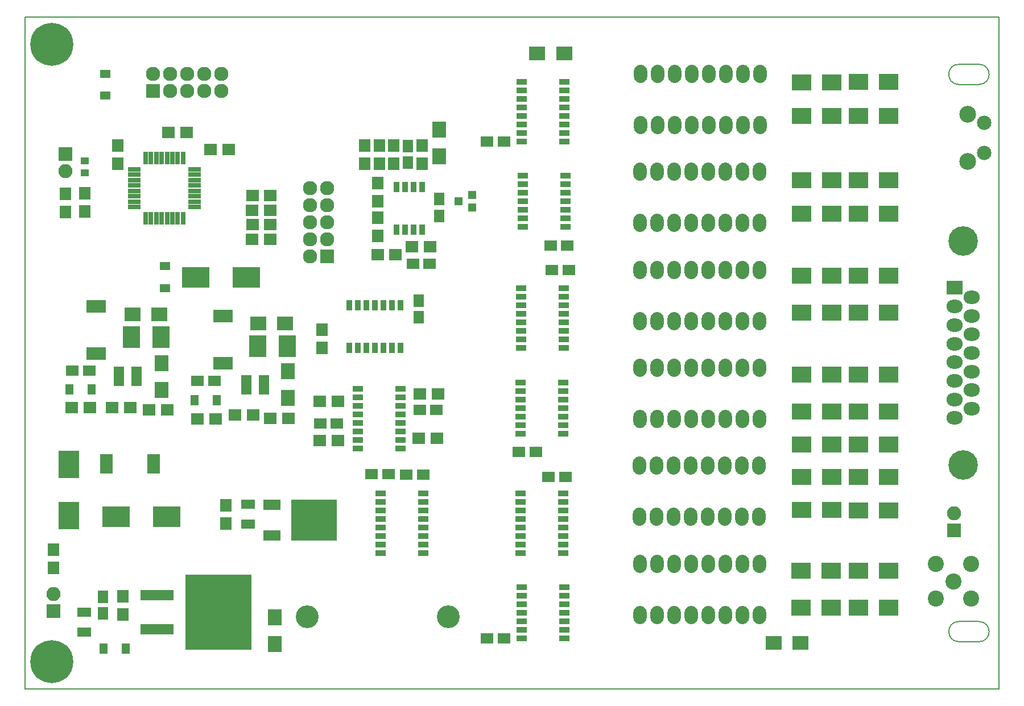
<source format=gbr>
G04 #@! TF.GenerationSoftware,KiCad,Pcbnew,(5.1.2)-1*
G04 #@! TF.CreationDate,2020-05-19T21:26:11+03:00*
G04 #@! TF.ProjectId,switch_controller,73776974-6368-45f6-936f-6e74726f6c6c,rev?*
G04 #@! TF.SameCoordinates,Original*
G04 #@! TF.FileFunction,Soldermask,Top*
G04 #@! TF.FilePolarity,Negative*
%FSLAX46Y46*%
G04 Gerber Fmt 4.6, Leading zero omitted, Abs format (unit mm)*
G04 Created by KiCad (PCBNEW (5.1.2)-1) date 2020-05-19 21:26:11*
%MOMM*%
%LPD*%
G04 APERTURE LIST*
%ADD10C,0.150000*%
%ADD11C,4.400000*%
%ADD12R,2.400000X2.000000*%
%ADD13O,2.400000X2.000000*%
%ADD14R,2.127200X2.127200*%
%ADD15O,2.127200X2.127200*%
%ADD16R,1.900000X1.700000*%
%ADD17R,1.700000X1.900000*%
%ADD18R,1.650000X1.900000*%
%ADD19R,2.100000X2.100000*%
%ADD20O,2.100000X2.100000*%
%ADD21R,1.200000X1.000000*%
%ADD22R,2.900000X2.400000*%
%ADD23C,2.400000*%
%ADD24R,1.543000X0.908000*%
%ADD25R,2.560000X3.200000*%
%ADD26R,2.900000X1.900000*%
%ADD27R,1.900000X2.900000*%
%ADD28C,6.400000*%
%ADD29O,2.000000X2.700000*%
%ADD30R,1.620000X1.050000*%
%ADD31R,0.800000X1.900000*%
%ADD32R,1.900000X0.800000*%
%ADD33R,1.600000X1.300000*%
%ADD34R,1.900000X1.650000*%
%ADD35R,3.100000X4.150000*%
%ADD36R,2.000000X1.400000*%
%ADD37R,1.300000X1.600000*%
%ADD38R,2.000000X2.400000*%
%ADD39R,1.310000X1.620000*%
%ADD40C,3.400000*%
%ADD41R,2.100000X2.400000*%
%ADD42R,2.600000X1.600000*%
%ADD43R,6.800000X6.200000*%
%ADD44R,5.000000X1.500000*%
%ADD45R,9.800000X11.200000*%
%ADD46R,4.150000X3.100000*%
%ADD47R,0.908000X1.543000*%
%ADD48R,1.200100X1.200100*%
%ADD49R,1.620000X1.310000*%
%ADD50C,2.500000*%
%ADD51C,2.150000*%
G04 APERTURE END LIST*
D10*
X204000000Y-140000000D02*
X207000000Y-140000000D01*
X204000000Y-143000000D02*
G75*
G02X204000000Y-140000000I0J1500000D01*
G01*
X204000000Y-143000000D02*
X207000000Y-143000000D01*
X207000000Y-140000000D02*
G75*
G02X207000000Y-143000000I0J-1500000D01*
G01*
X204000000Y-60000000D02*
X207000000Y-60000000D01*
X204000000Y-57000000D02*
X207000000Y-57000000D01*
X204000000Y-60000000D02*
G75*
G02X204000000Y-57000000I0J1500000D01*
G01*
X207000000Y-57000000D02*
G75*
G02X207000000Y-60000000I0J-1500000D01*
G01*
X65000000Y-150000000D02*
X65000000Y-50000000D01*
X210000000Y-150000000D02*
X65000000Y-150000000D01*
X210000000Y-50000000D02*
X210000000Y-150000000D01*
X65000000Y-50000000D02*
X210000000Y-50000000D01*
D11*
X204600000Y-116650000D03*
X204600000Y-83350000D03*
D12*
X203330000Y-90305000D03*
D13*
X203330000Y-93075000D03*
X203330000Y-95845000D03*
X203330000Y-98615000D03*
X203330000Y-101385000D03*
X203330000Y-104155000D03*
X203330000Y-106925000D03*
X203330000Y-109695000D03*
X205870000Y-91690000D03*
X205870000Y-94460000D03*
X205870000Y-97230000D03*
X205870000Y-100000000D03*
X205870000Y-102770000D03*
X205870000Y-105540000D03*
X205870000Y-108310000D03*
D14*
X110000000Y-85625000D03*
D15*
X107460000Y-85625000D03*
X110000000Y-83085000D03*
X107460000Y-83085000D03*
X110000000Y-80545000D03*
X107460000Y-80545000D03*
X110000000Y-78005000D03*
X107460000Y-78005000D03*
X110000000Y-75465000D03*
X107460000Y-75465000D03*
D16*
X95350000Y-69650000D03*
X92650000Y-69650000D03*
D17*
X78800000Y-69075000D03*
X78800000Y-71775000D03*
X117500000Y-74700000D03*
X117500000Y-77400000D03*
X117525000Y-82575000D03*
X117525000Y-79875000D03*
X124125000Y-71775000D03*
X124125000Y-69075000D03*
D18*
X122025000Y-69150000D03*
X122025000Y-71650000D03*
D17*
X115600000Y-69075000D03*
X115600000Y-71775000D03*
X117775000Y-69100000D03*
X117775000Y-71800000D03*
X71050000Y-79000000D03*
X71050000Y-76300000D03*
X73925000Y-78925000D03*
X73925000Y-76225000D03*
D19*
X71050000Y-70400000D03*
D20*
X71050000Y-72940000D03*
D21*
X73875000Y-71425000D03*
X73875000Y-73125000D03*
D22*
X193550000Y-137950000D03*
X189050000Y-137950000D03*
X193550000Y-108750000D03*
X189050000Y-108750000D03*
X185100000Y-94000000D03*
X180600000Y-94000000D03*
X185050000Y-59700000D03*
X180550000Y-59700000D03*
X193550000Y-59650000D03*
X189050000Y-59650000D03*
X185050000Y-74300000D03*
X180550000Y-74300000D03*
X193550000Y-74300000D03*
X189050000Y-74300000D03*
X185100000Y-88500000D03*
X180600000Y-88500000D03*
X193550000Y-88500000D03*
X189050000Y-88500000D03*
X185050000Y-103250000D03*
X180550000Y-103250000D03*
X193550000Y-103250000D03*
X189050000Y-103250000D03*
X185050000Y-118450000D03*
X180550000Y-118450000D03*
X193550000Y-118450000D03*
X189050000Y-118450000D03*
X185000000Y-132450000D03*
X180500000Y-132450000D03*
X193550000Y-132450000D03*
X189050000Y-132450000D03*
X185050000Y-64700000D03*
X180550000Y-64700000D03*
X193550000Y-64700000D03*
X189050000Y-64700000D03*
X185050000Y-79300000D03*
X180550000Y-79300000D03*
X193550000Y-79300000D03*
X189050000Y-79300000D03*
X193550000Y-94000000D03*
X189050000Y-94000000D03*
X185050000Y-108750000D03*
X180550000Y-108750000D03*
X185050000Y-123400000D03*
X180550000Y-123400000D03*
X193550000Y-123450000D03*
X189050000Y-123450000D03*
X185000000Y-137950000D03*
X180500000Y-137950000D03*
X185100000Y-113650000D03*
X180600000Y-113650000D03*
X193550000Y-113600000D03*
X189050000Y-113600000D03*
D17*
X79550000Y-136250000D03*
X79550000Y-138950000D03*
D23*
X203200000Y-134000000D03*
X200600000Y-136600000D03*
X200600000Y-131400000D03*
X205800000Y-131400000D03*
X205800000Y-136600000D03*
D24*
X114525000Y-114245000D03*
X114525000Y-111705000D03*
X114525000Y-110435000D03*
X114525000Y-109165000D03*
X114525000Y-107895000D03*
X114525000Y-106625000D03*
X114525000Y-105355000D03*
X120875000Y-105355000D03*
X120875000Y-106625000D03*
X120875000Y-107895000D03*
X120875000Y-109165000D03*
X120875000Y-110435000D03*
X120875000Y-111705000D03*
X120875000Y-112975000D03*
X120875000Y-114245000D03*
X114525000Y-112975000D03*
D25*
X85280000Y-97600000D03*
X80820000Y-97600000D03*
X104080000Y-98950000D03*
X99620000Y-98950000D03*
D26*
X75600000Y-93100000D03*
X75600000Y-100100000D03*
D27*
X77150000Y-116550000D03*
X84150000Y-116550000D03*
D26*
X94500000Y-94500000D03*
X94500000Y-101500000D03*
D28*
X69000000Y-54000000D03*
X69000000Y-146000000D03*
D29*
X174400000Y-58400000D03*
X171860000Y-58400000D03*
X169320000Y-58400000D03*
X166780000Y-58400000D03*
X164240000Y-58400000D03*
X161700000Y-58400000D03*
X159160000Y-58400000D03*
X156620000Y-58400000D03*
X156620000Y-66020000D03*
X159160000Y-66020000D03*
X161700000Y-66020000D03*
X164240000Y-66020000D03*
X166780000Y-66020000D03*
X169320000Y-66020000D03*
X171860000Y-66020000D03*
X174400000Y-66020000D03*
D30*
X78990000Y-102500000D03*
X78990000Y-103450000D03*
X78990000Y-104400000D03*
X81610000Y-104400000D03*
X81610000Y-103450000D03*
X81610000Y-102500000D03*
X97940000Y-103800000D03*
X97940000Y-104750000D03*
X97940000Y-105700000D03*
X100560000Y-105700000D03*
X100560000Y-104750000D03*
X100560000Y-103800000D03*
D14*
X84060000Y-60960000D03*
D15*
X84060000Y-58420000D03*
X86600000Y-60960000D03*
X86600000Y-58420000D03*
X89140000Y-60960000D03*
X89140000Y-58420000D03*
X91680000Y-60960000D03*
X91680000Y-58420000D03*
X94220000Y-60960000D03*
X94220000Y-58420000D03*
D31*
X88550000Y-70940000D03*
X87750000Y-70940000D03*
X86950000Y-70940000D03*
X86150000Y-70940000D03*
X85350000Y-70940000D03*
X84550000Y-70940000D03*
X83750000Y-70940000D03*
X82950000Y-70940000D03*
D32*
X81250000Y-72640000D03*
X81250000Y-73440000D03*
X81250000Y-74240000D03*
X81250000Y-75040000D03*
X81250000Y-75840000D03*
X81250000Y-76640000D03*
X81250000Y-77440000D03*
X81250000Y-78240000D03*
D31*
X82950000Y-79940000D03*
X83750000Y-79940000D03*
X84550000Y-79940000D03*
X85350000Y-79940000D03*
X86150000Y-79940000D03*
X86950000Y-79940000D03*
X87750000Y-79940000D03*
X88550000Y-79940000D03*
D32*
X90250000Y-78240000D03*
X90250000Y-77440000D03*
X90250000Y-76640000D03*
X90250000Y-75840000D03*
X90250000Y-75040000D03*
X90250000Y-74240000D03*
X90250000Y-73440000D03*
X90250000Y-72640000D03*
D16*
X98850000Y-80875000D03*
X101550000Y-80875000D03*
X98825000Y-78725000D03*
X101525000Y-78725000D03*
D12*
X180450000Y-143150000D03*
X176450000Y-143150000D03*
D17*
X109250000Y-99200000D03*
X109250000Y-96500000D03*
D33*
X85820000Y-87050000D03*
X85820000Y-90350000D03*
D16*
X86350000Y-67150000D03*
X89050000Y-67150000D03*
D24*
X138898000Y-134890000D03*
X138898000Y-136160000D03*
X138898000Y-137430000D03*
X138898000Y-138700000D03*
X138898000Y-139970000D03*
X138898000Y-141240000D03*
X138898000Y-142510000D03*
X145248000Y-142510000D03*
X145248000Y-141240000D03*
X145248000Y-138700000D03*
X145248000Y-137430000D03*
X145248000Y-136160000D03*
X145248000Y-134890000D03*
X145248000Y-139970000D03*
D34*
X124250000Y-118100000D03*
X121750000Y-118100000D03*
D24*
X139098000Y-73590000D03*
X139098000Y-74860000D03*
X139098000Y-76130000D03*
X139098000Y-77400000D03*
X139098000Y-78670000D03*
X139098000Y-79940000D03*
X139098000Y-81210000D03*
X145448000Y-81210000D03*
X145448000Y-79940000D03*
X145448000Y-77400000D03*
X145448000Y-76130000D03*
X145448000Y-74860000D03*
X145448000Y-73590000D03*
X145448000Y-78670000D03*
D34*
X125225000Y-86675000D03*
X122725000Y-86675000D03*
D35*
X71550000Y-116625000D03*
X71550000Y-124175000D03*
D29*
X174280000Y-116800000D03*
X171740000Y-116800000D03*
X169200000Y-116800000D03*
X166660000Y-116800000D03*
X164120000Y-116800000D03*
X161580000Y-116800000D03*
X159040000Y-116800000D03*
X156500000Y-116800000D03*
X156500000Y-124420000D03*
X159040000Y-124420000D03*
X161580000Y-124420000D03*
X164120000Y-124420000D03*
X166660000Y-124420000D03*
X169200000Y-124420000D03*
X171740000Y-124420000D03*
X174280000Y-124420000D03*
X174300000Y-131400000D03*
X171760000Y-131400000D03*
X169220000Y-131400000D03*
X166680000Y-131400000D03*
X164140000Y-131400000D03*
X161600000Y-131400000D03*
X159060000Y-131400000D03*
X156520000Y-131400000D03*
X156520000Y-139020000D03*
X159060000Y-139020000D03*
X161600000Y-139020000D03*
X164140000Y-139020000D03*
X166680000Y-139020000D03*
X169220000Y-139020000D03*
X171760000Y-139020000D03*
X174300000Y-139020000D03*
D17*
X69250000Y-129300000D03*
X69250000Y-132000000D03*
X94950000Y-125400000D03*
X94950000Y-122700000D03*
D19*
X69250000Y-138440000D03*
D20*
X69250000Y-135900000D03*
D36*
X98250000Y-125500000D03*
X98250000Y-122500000D03*
X73800000Y-141600000D03*
X73800000Y-138600000D03*
D37*
X76700000Y-144050000D03*
X80000000Y-144050000D03*
D18*
X76650000Y-138800000D03*
X76650000Y-136300000D03*
D38*
X102150000Y-139350000D03*
X102150000Y-143350000D03*
D39*
X74935000Y-105400000D03*
X71665000Y-105400000D03*
D16*
X72000000Y-108150000D03*
X74700000Y-108150000D03*
X77950000Y-108150000D03*
X80650000Y-108150000D03*
D38*
X85350000Y-105500000D03*
X85350000Y-101500000D03*
D34*
X74550000Y-102650000D03*
X72050000Y-102650000D03*
D12*
X81000000Y-94250000D03*
X85000000Y-94250000D03*
D16*
X83450000Y-108500000D03*
X86150000Y-108500000D03*
D40*
X128000000Y-139300000D03*
X107000000Y-139300000D03*
D41*
X126675000Y-70725000D03*
X126675000Y-66725000D03*
D16*
X111550000Y-107200000D03*
X108850000Y-107200000D03*
X126450000Y-106100000D03*
X123750000Y-106100000D03*
X123650000Y-112725000D03*
X126350000Y-112725000D03*
X111550000Y-113000000D03*
X108850000Y-113000000D03*
X120175000Y-85375000D03*
X117475000Y-85375000D03*
D17*
X119925000Y-69100000D03*
X119925000Y-71800000D03*
D16*
X122575000Y-84175000D03*
X125275000Y-84175000D03*
X96250000Y-109200000D03*
X98950000Y-109200000D03*
X90650000Y-109800000D03*
X93350000Y-109800000D03*
X101550000Y-76550000D03*
X98850000Y-76550000D03*
X101545000Y-83035000D03*
X98845000Y-83035000D03*
X101550000Y-109750000D03*
X104250000Y-109750000D03*
D42*
X101750000Y-122620000D03*
X101750000Y-127180000D03*
D43*
X108050000Y-124900000D03*
D19*
X203250000Y-126450000D03*
D20*
X203250000Y-123910000D03*
D44*
X84675000Y-136110000D03*
X84675000Y-141190000D03*
D45*
X93825000Y-138650000D03*
D34*
X126250000Y-108500000D03*
X123750000Y-108500000D03*
X108950000Y-110500000D03*
X111450000Y-110500000D03*
D12*
X99750000Y-95600000D03*
X103750000Y-95600000D03*
D34*
X93200000Y-104150000D03*
X90700000Y-104150000D03*
D46*
X90395000Y-88700000D03*
X97945000Y-88700000D03*
D18*
X126625000Y-77075000D03*
X126625000Y-79575000D03*
X123650000Y-92200000D03*
X123650000Y-94700000D03*
D12*
X145250000Y-55400000D03*
X141250000Y-55400000D03*
D34*
X142950000Y-118500000D03*
X145450000Y-118500000D03*
D38*
X104100000Y-106700000D03*
X104100000Y-102700000D03*
D34*
X143450000Y-87600000D03*
X145950000Y-87600000D03*
X136300000Y-68500000D03*
X133800000Y-68500000D03*
X116600000Y-118050000D03*
X119100000Y-118050000D03*
D46*
X86125000Y-124350000D03*
X78575000Y-124350000D03*
D34*
X133800000Y-142500000D03*
X136300000Y-142500000D03*
X141050000Y-114700000D03*
X138550000Y-114700000D03*
X143250000Y-84025000D03*
X145750000Y-84025000D03*
D39*
X93535000Y-107000000D03*
X90265000Y-107000000D03*
D29*
X174300000Y-73000000D03*
X171760000Y-73000000D03*
X169220000Y-73000000D03*
X166680000Y-73000000D03*
X164140000Y-73000000D03*
X161600000Y-73000000D03*
X159060000Y-73000000D03*
X156520000Y-73000000D03*
X156520000Y-80620000D03*
X159060000Y-80620000D03*
X161600000Y-80620000D03*
X164140000Y-80620000D03*
X166680000Y-80620000D03*
X169220000Y-80620000D03*
X171760000Y-80620000D03*
X174300000Y-80620000D03*
X174300000Y-87600000D03*
X171760000Y-87600000D03*
X169220000Y-87600000D03*
X166680000Y-87600000D03*
X164140000Y-87600000D03*
X161600000Y-87600000D03*
X159060000Y-87600000D03*
X156520000Y-87600000D03*
X156520000Y-95220000D03*
X159060000Y-95220000D03*
X161600000Y-95220000D03*
X164140000Y-95220000D03*
X166680000Y-95220000D03*
X169220000Y-95220000D03*
X171760000Y-95220000D03*
X174300000Y-95220000D03*
X174300000Y-102200000D03*
X171760000Y-102200000D03*
X169220000Y-102200000D03*
X166680000Y-102200000D03*
X164140000Y-102200000D03*
X161600000Y-102200000D03*
X159060000Y-102200000D03*
X156520000Y-102200000D03*
X156520000Y-109820000D03*
X159060000Y-109820000D03*
X161600000Y-109820000D03*
X164140000Y-109820000D03*
X166680000Y-109820000D03*
X169220000Y-109820000D03*
X171760000Y-109820000D03*
X174300000Y-109820000D03*
D24*
X138798000Y-104390000D03*
X138798000Y-105660000D03*
X138798000Y-106930000D03*
X138798000Y-108200000D03*
X138798000Y-109470000D03*
X138798000Y-110740000D03*
X138798000Y-112010000D03*
X145148000Y-112010000D03*
X145148000Y-110740000D03*
X145148000Y-108200000D03*
X145148000Y-106930000D03*
X145148000Y-105660000D03*
X145148000Y-104390000D03*
X145148000Y-109470000D03*
D47*
X120270000Y-75250000D03*
X121540000Y-75250000D03*
X122810000Y-75250000D03*
X124080000Y-75250000D03*
X124080000Y-81600000D03*
X122810000Y-81600000D03*
X121540000Y-81600000D03*
X120270000Y-81600000D03*
D48*
X131550760Y-78350000D03*
X131550760Y-76450000D03*
X129551780Y-77400000D03*
D47*
X113290000Y-99202000D03*
X114560000Y-99202000D03*
X115830000Y-99202000D03*
X117100000Y-99202000D03*
X118370000Y-99202000D03*
X119640000Y-99202000D03*
X120910000Y-99202000D03*
X120910000Y-92852000D03*
X119640000Y-92852000D03*
X117100000Y-92852000D03*
X115830000Y-92852000D03*
X114560000Y-92852000D03*
X113290000Y-92852000D03*
X118370000Y-92852000D03*
D24*
X138925000Y-68545000D03*
X138925000Y-66005000D03*
X138925000Y-64735000D03*
X138925000Y-63465000D03*
X138925000Y-62195000D03*
X138925000Y-60925000D03*
X138925000Y-59655000D03*
X145275000Y-59655000D03*
X145275000Y-60925000D03*
X145275000Y-62195000D03*
X145275000Y-63465000D03*
X145275000Y-64735000D03*
X145275000Y-66005000D03*
X145275000Y-67275000D03*
X145275000Y-68545000D03*
X138925000Y-67275000D03*
X138825000Y-99245000D03*
X138825000Y-96705000D03*
X138825000Y-95435000D03*
X138825000Y-94165000D03*
X138825000Y-92895000D03*
X138825000Y-91625000D03*
X138825000Y-90355000D03*
X145175000Y-90355000D03*
X145175000Y-91625000D03*
X145175000Y-92895000D03*
X145175000Y-94165000D03*
X145175000Y-95435000D03*
X145175000Y-96705000D03*
X145175000Y-97975000D03*
X145175000Y-99245000D03*
X138825000Y-97975000D03*
X138725000Y-129845000D03*
X138725000Y-127305000D03*
X138725000Y-126035000D03*
X138725000Y-124765000D03*
X138725000Y-123495000D03*
X138725000Y-122225000D03*
X138725000Y-120955000D03*
X145075000Y-120955000D03*
X145075000Y-122225000D03*
X145075000Y-123495000D03*
X145075000Y-124765000D03*
X145075000Y-126035000D03*
X145075000Y-127305000D03*
X145075000Y-128575000D03*
X145075000Y-129845000D03*
X138725000Y-128575000D03*
X124325000Y-120905000D03*
X124325000Y-123445000D03*
X124325000Y-124715000D03*
X124325000Y-125985000D03*
X124325000Y-127255000D03*
X124325000Y-128525000D03*
X124325000Y-129795000D03*
X117975000Y-129795000D03*
X117975000Y-128525000D03*
X117975000Y-127255000D03*
X117975000Y-125985000D03*
X117975000Y-124715000D03*
X117975000Y-123445000D03*
X117975000Y-122175000D03*
X117975000Y-120905000D03*
X124325000Y-122175000D03*
D49*
X76950000Y-61685000D03*
X76950000Y-58415000D03*
D50*
X205310000Y-71460000D03*
D51*
X207800000Y-70200000D03*
X207800000Y-65700000D03*
D50*
X205310000Y-64450000D03*
M02*

</source>
